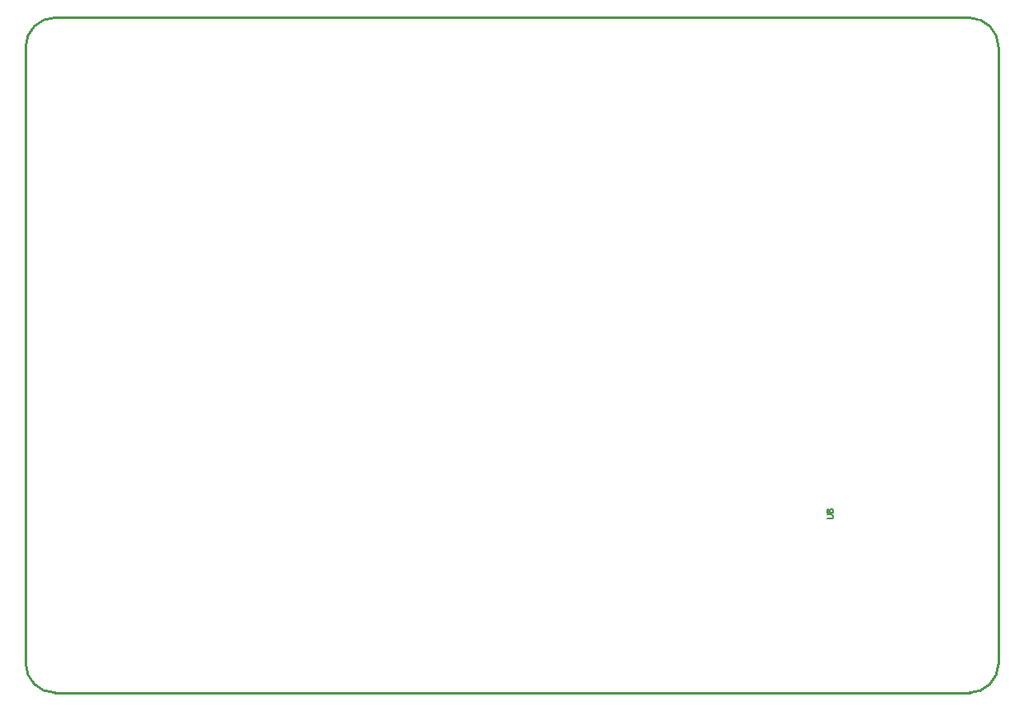
<source format=gm1>
G04*
G04 #@! TF.GenerationSoftware,Altium Limited,Altium Designer,24.0.1 (36)*
G04*
G04 Layer_Color=16711935*
%FSLAX44Y44*%
%MOMM*%
G71*
G04*
G04 #@! TF.SameCoordinates,043D453D-7082-4CC0-88CE-E1747F565096*
G04*
G04*
G04 #@! TF.FilePolarity,Positive*
G04*
G01*
G75*
%ADD10C,0.2540*%
%ADD18C,0.1270*%
D10*
X105410Y824230D02*
G03*
X74930Y793750I0J-30480D01*
G01*
X1075690D02*
G03*
X1045210Y824230I-30480J0D01*
G01*
Y129540D02*
G03*
X1075690Y160020I0J30480D01*
G01*
X74930D02*
G03*
X105410Y129540I30480J0D01*
G01*
X74930Y158750D02*
Y793750D01*
X105410Y824230D02*
X1045210D01*
X1075690Y158750D02*
Y793750D01*
X104140Y129540D02*
X1046480D01*
D18*
X899161Y308610D02*
X903696D01*
X904603Y308912D01*
X905208Y309517D01*
X905510Y310424D01*
Y311028D01*
X905208Y311936D01*
X904603Y312540D01*
X903696Y312842D01*
X899161D01*
Y316107D02*
X899464Y315201D01*
X900068Y314898D01*
X900673D01*
X901278Y315201D01*
X901580Y315805D01*
X901882Y317014D01*
X902185Y317921D01*
X902789Y318526D01*
X903394Y318828D01*
X904301D01*
X904905Y318526D01*
X905208Y318224D01*
X905510Y317317D01*
Y316107D01*
X905208Y315201D01*
X904905Y314898D01*
X904301Y314596D01*
X903394D01*
X902789Y314898D01*
X902185Y315503D01*
X901882Y316410D01*
X901580Y317619D01*
X901278Y318224D01*
X900673Y318526D01*
X900068D01*
X899464Y318224D01*
X899161Y317317D01*
Y316107D01*
M02*

</source>
